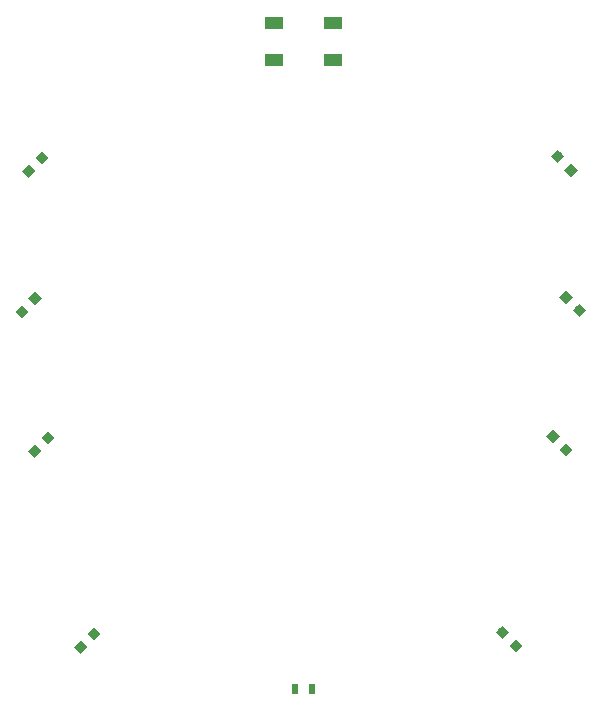
<source format=gbr>
G04 #@! TF.GenerationSoftware,KiCad,Pcbnew,no-vcs-found-bf44d39~61~ubuntu16.04.1*
G04 #@! TF.CreationDate,2018-01-11T19:38:33+02:00*
G04 #@! TF.ProjectId,shd18-badge,73686431382D62616467652E6B696361,rev?*
G04 #@! TF.SameCoordinates,Original*
G04 #@! TF.FileFunction,Paste,Top*
G04 #@! TF.FilePolarity,Positive*
%FSLAX45Y45*%
G04 Gerber Fmt 4.5, Leading zero omitted, Abs format (unit mm)*
G04 Created by KiCad (PCBNEW no-vcs-found-bf44d39~61~ubuntu16.04.1) date Thu Jan 11 19:38:33 2018*
%MOMM*%
%LPD*%
G01*
G04 APERTURE LIST*
%ADD10C,0.800000*%
%ADD11C,0.100000*%
%ADD12R,1.600000X1.000000*%
%ADD13R,0.500000X0.900000*%
G04 APERTURE END LIST*
D10*
X31023431Y-19293432D03*
D11*
G36*
X30966863Y-19293432D02*
X31023431Y-19236863D01*
X31080000Y-19293432D01*
X31023431Y-19350000D01*
X30966863Y-19293432D01*
X30966863Y-19293432D01*
G37*
D10*
X31136568Y-19406569D03*
D11*
G36*
X31080000Y-19406569D02*
X31136568Y-19350000D01*
X31193137Y-19406569D01*
X31136568Y-19463137D01*
X31080000Y-19406569D01*
X31080000Y-19406569D01*
G37*
D10*
X31026568Y-20586569D03*
D11*
G36*
X30970000Y-20586569D02*
X31026568Y-20530000D01*
X31083137Y-20586569D01*
X31026568Y-20643137D01*
X30970000Y-20586569D01*
X30970000Y-20586569D01*
G37*
D10*
X30913431Y-20473432D03*
D11*
G36*
X30856863Y-20473432D02*
X30913431Y-20416863D01*
X30970000Y-20473432D01*
X30913431Y-20530000D01*
X30856863Y-20473432D01*
X30856863Y-20473432D01*
G37*
D10*
X30483431Y-22133432D03*
D11*
G36*
X30426863Y-22133432D02*
X30483431Y-22076863D01*
X30540000Y-22133432D01*
X30483431Y-22190000D01*
X30426863Y-22133432D01*
X30426863Y-22133432D01*
G37*
D10*
X30596568Y-22246569D03*
D11*
G36*
X30540000Y-22246569D02*
X30596568Y-22190000D01*
X30653137Y-22246569D01*
X30596568Y-22303137D01*
X30540000Y-22246569D01*
X30540000Y-22246569D01*
G37*
D10*
X26913431Y-22256569D03*
D11*
G36*
X26913431Y-22200000D02*
X26970000Y-22256569D01*
X26913431Y-22313137D01*
X26856863Y-22256569D01*
X26913431Y-22200000D01*
X26913431Y-22200000D01*
G37*
D10*
X27026568Y-22143432D03*
D11*
G36*
X27026568Y-22086863D02*
X27083137Y-22143432D01*
X27026568Y-22200000D01*
X26970000Y-22143432D01*
X27026568Y-22086863D01*
X27026568Y-22086863D01*
G37*
D10*
X26636568Y-20483432D03*
D11*
G36*
X26636568Y-20426863D02*
X26693137Y-20483432D01*
X26636568Y-20540000D01*
X26580000Y-20483432D01*
X26636568Y-20426863D01*
X26636568Y-20426863D01*
G37*
D10*
X26523431Y-20596569D03*
D11*
G36*
X26523431Y-20540000D02*
X26580000Y-20596569D01*
X26523431Y-20653137D01*
X26466863Y-20596569D01*
X26523431Y-20540000D01*
X26523431Y-20540000D01*
G37*
D10*
X26413431Y-19416569D03*
D11*
G36*
X26413431Y-19360000D02*
X26470000Y-19416569D01*
X26413431Y-19473137D01*
X26356863Y-19416569D01*
X26413431Y-19360000D01*
X26413431Y-19360000D01*
G37*
D10*
X26526568Y-19303432D03*
D11*
G36*
X26526568Y-19246863D02*
X26583137Y-19303432D01*
X26526568Y-19360000D01*
X26470000Y-19303432D01*
X26526568Y-19246863D01*
X26526568Y-19246863D01*
G37*
D10*
X26586568Y-18113432D03*
D11*
G36*
X26586568Y-18056863D02*
X26643137Y-18113432D01*
X26586568Y-18170000D01*
X26530000Y-18113432D01*
X26586568Y-18056863D01*
X26586568Y-18056863D01*
G37*
D10*
X26473431Y-18226569D03*
D11*
G36*
X26473431Y-18170000D02*
X26530000Y-18226569D01*
X26473431Y-18283137D01*
X26416863Y-18226569D01*
X26473431Y-18170000D01*
X26473431Y-18170000D01*
G37*
D10*
X31066568Y-18216569D03*
D11*
G36*
X31010000Y-18216569D02*
X31066568Y-18160000D01*
X31123137Y-18216569D01*
X31066568Y-18273137D01*
X31010000Y-18216569D01*
X31010000Y-18216569D01*
G37*
D10*
X30953431Y-18103432D03*
D11*
G36*
X30896863Y-18103432D02*
X30953431Y-18046863D01*
X31010000Y-18103432D01*
X30953431Y-18160000D01*
X30896863Y-18103432D01*
X30896863Y-18103432D01*
G37*
D12*
X28550000Y-16970000D03*
X28550000Y-17290000D03*
X29050000Y-16970000D03*
X29050000Y-17290000D03*
D13*
X28725000Y-22610000D03*
X28875000Y-22610000D03*
M02*

</source>
